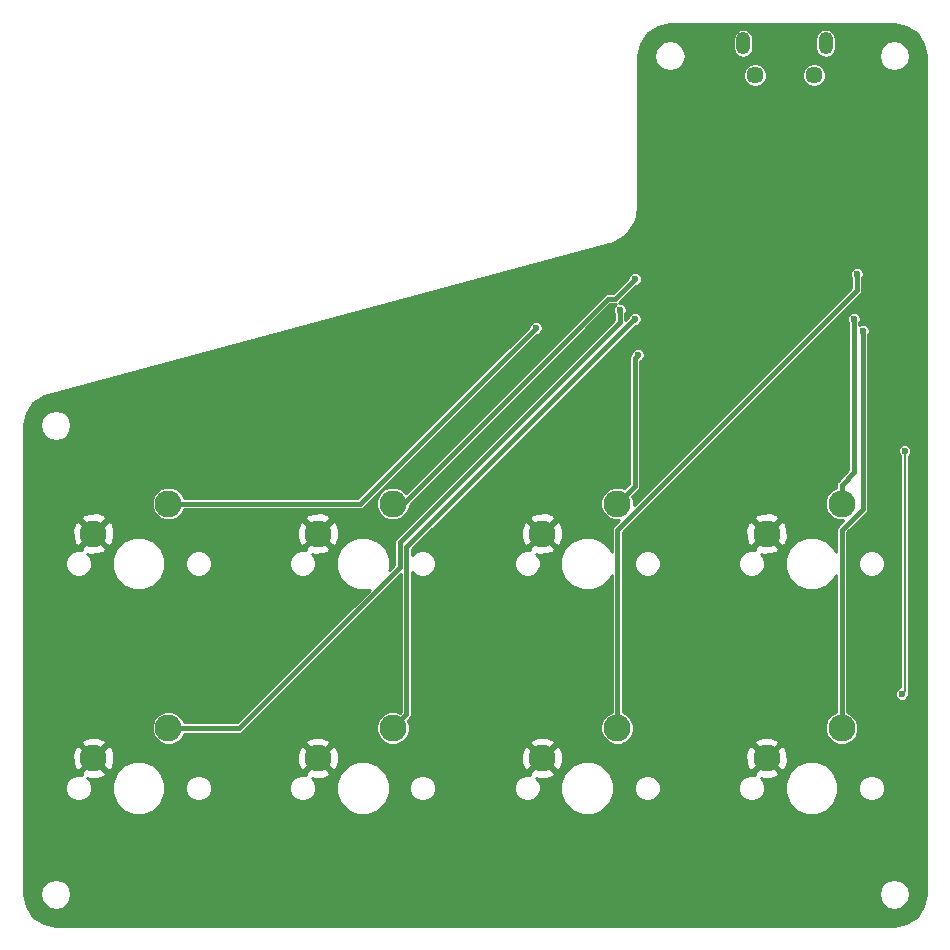
<source format=gbr>
G04 #@! TF.FileFunction,Copper,L2,Bot,Signal*
%FSLAX46Y46*%
G04 Gerber Fmt 4.6, Leading zero omitted, Abs format (unit mm)*
G04 Created by KiCad (PCBNEW 4.0.7) date 07/26/18 07:44:54*
%MOMM*%
%LPD*%
G01*
G04 APERTURE LIST*
%ADD10C,0.100000*%
%ADD11C,1.450000*%
%ADD12O,1.200000X1.900000*%
%ADD13C,2.286000*%
%ADD14C,0.600000*%
%ADD15C,0.400000*%
%ADD16C,0.200000*%
%ADD17C,0.254000*%
G04 APERTURE END LIST*
D10*
D11*
X228820000Y-106900000D03*
X223820000Y-106900000D03*
D12*
X229820000Y-104200000D03*
X222820000Y-104200000D03*
D13*
X174160000Y-143170000D03*
X167810000Y-145710000D03*
X193160000Y-143170000D03*
X186810000Y-145710000D03*
X212160000Y-143170000D03*
X205810000Y-145710000D03*
X174160000Y-162170000D03*
X167810000Y-164710000D03*
X212160000Y-162170000D03*
X205810000Y-164710000D03*
X231160000Y-143170000D03*
X224810000Y-145710000D03*
X193160000Y-162170000D03*
X186810000Y-164710000D03*
X231160000Y-162170000D03*
X224810000Y-164710000D03*
D14*
X237264000Y-131328000D03*
X231168000Y-138694000D03*
X211864000Y-138694000D03*
X192560000Y-138694000D03*
X173256000Y-138694000D03*
X169446000Y-159522000D03*
X188750000Y-159522000D03*
X207292000Y-159522000D03*
X226850000Y-159522000D03*
X205260000Y-128280000D03*
X213649999Y-124170001D03*
X212372000Y-126756000D03*
X213642000Y-127518000D03*
X213896000Y-130566000D03*
X232438000Y-123708000D03*
X232184000Y-127518000D03*
X232946000Y-128534000D03*
X236248000Y-159268000D03*
X236494091Y-138686091D03*
D15*
X174160000Y-143170000D02*
X190370000Y-143170000D01*
X190370000Y-143170000D02*
X205260000Y-128280000D01*
X205006000Y-128534000D02*
X205260000Y-128280000D01*
X211356000Y-125807848D02*
X212012152Y-125807848D01*
X212012152Y-125807848D02*
X213649999Y-124170001D01*
X193160000Y-143170000D02*
X193993848Y-143170000D01*
X193993848Y-143170000D02*
X211356000Y-125807848D01*
X174160000Y-162170000D02*
X180168974Y-162170000D01*
X180168974Y-162170000D02*
X193771358Y-148567616D01*
X193771358Y-148567616D02*
X193771358Y-146382404D01*
X193771358Y-146382404D02*
X212372000Y-127781762D01*
X212372000Y-127781762D02*
X212372000Y-126756000D01*
X213342001Y-127817999D02*
X213642000Y-127518000D01*
X194321369Y-146838631D02*
X213342001Y-127817999D01*
X194321369Y-161008631D02*
X194321369Y-146838631D01*
X193160000Y-162170000D02*
X194321369Y-161008631D01*
X212160000Y-143170000D02*
X213642000Y-141688000D01*
X213642000Y-141688000D02*
X213642000Y-130820000D01*
X213642000Y-130820000D02*
X213896000Y-130566000D01*
X212160000Y-162170000D02*
X212160000Y-145379642D01*
X212160000Y-145379642D02*
X232438000Y-125101642D01*
X232438000Y-125101642D02*
X232438000Y-123708000D01*
X231160000Y-143170000D02*
X231160000Y-141553554D01*
X231160000Y-141553554D02*
X232184000Y-140529554D01*
X232184000Y-140529554D02*
X232184000Y-127518000D01*
X231160000Y-162170000D02*
X231160000Y-145379642D01*
X231160000Y-145379642D02*
X232946000Y-143593642D01*
X232946000Y-143593642D02*
X232946000Y-128534000D01*
D16*
X236494091Y-138686091D02*
X236494091Y-159021909D01*
X236494091Y-159021909D02*
X236248000Y-159268000D01*
D17*
G36*
X236640462Y-102786389D02*
X237505566Y-103364434D01*
X238083612Y-104229539D01*
X238293000Y-105282208D01*
X238293000Y-176217792D01*
X238083612Y-177270461D01*
X237505566Y-178135566D01*
X236640462Y-178713611D01*
X235587793Y-178923000D01*
X164652208Y-178923000D01*
X163599539Y-178713612D01*
X162734434Y-178135566D01*
X162156389Y-177270462D01*
X161953407Y-176250000D01*
X163293000Y-176250000D01*
X163394012Y-176757821D01*
X163681669Y-177188331D01*
X164112179Y-177475988D01*
X164620000Y-177577000D01*
X165127821Y-177475988D01*
X165558331Y-177188331D01*
X165845988Y-176757821D01*
X165947000Y-176250000D01*
X234293000Y-176250000D01*
X234394012Y-176757821D01*
X234681669Y-177188331D01*
X235112179Y-177475988D01*
X235620000Y-177577000D01*
X236127821Y-177475988D01*
X236558331Y-177188331D01*
X236845988Y-176757821D01*
X236947000Y-176250000D01*
X236845988Y-175742179D01*
X236558331Y-175311669D01*
X236127821Y-175024012D01*
X235620000Y-174923000D01*
X235112179Y-175024012D01*
X234681669Y-175311669D01*
X234394012Y-175742179D01*
X234293000Y-176250000D01*
X165947000Y-176250000D01*
X165845988Y-175742179D01*
X165558331Y-175311669D01*
X165127821Y-175024012D01*
X164620000Y-174923000D01*
X164112179Y-175024012D01*
X163681669Y-175311669D01*
X163394012Y-175742179D01*
X163293000Y-176250000D01*
X161953407Y-176250000D01*
X161947000Y-176217793D01*
X161947000Y-167473369D01*
X165411905Y-167473369D01*
X165583255Y-167888069D01*
X165900262Y-168205630D01*
X166314663Y-168377704D01*
X166763369Y-168378095D01*
X167178069Y-168206745D01*
X167495630Y-167889738D01*
X167574528Y-167699728D01*
X169348706Y-167699728D01*
X169693702Y-168534681D01*
X170331959Y-169174053D01*
X171166308Y-169520505D01*
X172069728Y-169521294D01*
X172904681Y-169176298D01*
X173544053Y-168538041D01*
X173890505Y-167703692D01*
X173890706Y-167473369D01*
X175571905Y-167473369D01*
X175743255Y-167888069D01*
X176060262Y-168205630D01*
X176474663Y-168377704D01*
X176923369Y-168378095D01*
X177338069Y-168206745D01*
X177655630Y-167889738D01*
X177827704Y-167475337D01*
X177827705Y-167473369D01*
X184411905Y-167473369D01*
X184583255Y-167888069D01*
X184900262Y-168205630D01*
X185314663Y-168377704D01*
X185763369Y-168378095D01*
X186178069Y-168206745D01*
X186495630Y-167889738D01*
X186574528Y-167699728D01*
X188348706Y-167699728D01*
X188693702Y-168534681D01*
X189331959Y-169174053D01*
X190166308Y-169520505D01*
X191069728Y-169521294D01*
X191904681Y-169176298D01*
X192544053Y-168538041D01*
X192890505Y-167703692D01*
X192890706Y-167473369D01*
X194571905Y-167473369D01*
X194743255Y-167888069D01*
X195060262Y-168205630D01*
X195474663Y-168377704D01*
X195923369Y-168378095D01*
X196338069Y-168206745D01*
X196655630Y-167889738D01*
X196827704Y-167475337D01*
X196827705Y-167473369D01*
X203411905Y-167473369D01*
X203583255Y-167888069D01*
X203900262Y-168205630D01*
X204314663Y-168377704D01*
X204763369Y-168378095D01*
X205178069Y-168206745D01*
X205495630Y-167889738D01*
X205574528Y-167699728D01*
X207348706Y-167699728D01*
X207693702Y-168534681D01*
X208331959Y-169174053D01*
X209166308Y-169520505D01*
X210069728Y-169521294D01*
X210904681Y-169176298D01*
X211544053Y-168538041D01*
X211890505Y-167703692D01*
X211890706Y-167473369D01*
X213571905Y-167473369D01*
X213743255Y-167888069D01*
X214060262Y-168205630D01*
X214474663Y-168377704D01*
X214923369Y-168378095D01*
X215338069Y-168206745D01*
X215655630Y-167889738D01*
X215827704Y-167475337D01*
X215827705Y-167473369D01*
X222411905Y-167473369D01*
X222583255Y-167888069D01*
X222900262Y-168205630D01*
X223314663Y-168377704D01*
X223763369Y-168378095D01*
X224178069Y-168206745D01*
X224495630Y-167889738D01*
X224574528Y-167699728D01*
X226348706Y-167699728D01*
X226693702Y-168534681D01*
X227331959Y-169174053D01*
X228166308Y-169520505D01*
X229069728Y-169521294D01*
X229904681Y-169176298D01*
X230544053Y-168538041D01*
X230890505Y-167703692D01*
X230890706Y-167473369D01*
X232571905Y-167473369D01*
X232743255Y-167888069D01*
X233060262Y-168205630D01*
X233474663Y-168377704D01*
X233923369Y-168378095D01*
X234338069Y-168206745D01*
X234655630Y-167889738D01*
X234827704Y-167475337D01*
X234828095Y-167026631D01*
X234656745Y-166611931D01*
X234339738Y-166294370D01*
X233925337Y-166122296D01*
X233476631Y-166121905D01*
X233061931Y-166293255D01*
X232744370Y-166610262D01*
X232572296Y-167024663D01*
X232571905Y-167473369D01*
X230890706Y-167473369D01*
X230891294Y-166800272D01*
X230546298Y-165965319D01*
X229908041Y-165325947D01*
X229073692Y-164979495D01*
X228170272Y-164978706D01*
X227335319Y-165323702D01*
X226695947Y-165961959D01*
X226349495Y-166796308D01*
X226348706Y-167699728D01*
X224574528Y-167699728D01*
X224667704Y-167475337D01*
X224668095Y-167026631D01*
X224496745Y-166611931D01*
X224305175Y-166420026D01*
X224511333Y-166498062D01*
X225218329Y-166476249D01*
X225770194Y-166247658D01*
X225886358Y-165965963D01*
X224810000Y-164889605D01*
X223733642Y-165965963D01*
X223804881Y-166138716D01*
X223765337Y-166122296D01*
X223316631Y-166121905D01*
X222901931Y-166293255D01*
X222584370Y-166610262D01*
X222412296Y-167024663D01*
X222411905Y-167473369D01*
X215827705Y-167473369D01*
X215828095Y-167026631D01*
X215656745Y-166611931D01*
X215339738Y-166294370D01*
X214925337Y-166122296D01*
X214476631Y-166121905D01*
X214061931Y-166293255D01*
X213744370Y-166610262D01*
X213572296Y-167024663D01*
X213571905Y-167473369D01*
X211890706Y-167473369D01*
X211891294Y-166800272D01*
X211546298Y-165965319D01*
X210908041Y-165325947D01*
X210073692Y-164979495D01*
X209170272Y-164978706D01*
X208335319Y-165323702D01*
X207695947Y-165961959D01*
X207349495Y-166796308D01*
X207348706Y-167699728D01*
X205574528Y-167699728D01*
X205667704Y-167475337D01*
X205668095Y-167026631D01*
X205496745Y-166611931D01*
X205305175Y-166420026D01*
X205511333Y-166498062D01*
X206218329Y-166476249D01*
X206770194Y-166247658D01*
X206886358Y-165965963D01*
X205810000Y-164889605D01*
X204733642Y-165965963D01*
X204804881Y-166138716D01*
X204765337Y-166122296D01*
X204316631Y-166121905D01*
X203901931Y-166293255D01*
X203584370Y-166610262D01*
X203412296Y-167024663D01*
X203411905Y-167473369D01*
X196827705Y-167473369D01*
X196828095Y-167026631D01*
X196656745Y-166611931D01*
X196339738Y-166294370D01*
X195925337Y-166122296D01*
X195476631Y-166121905D01*
X195061931Y-166293255D01*
X194744370Y-166610262D01*
X194572296Y-167024663D01*
X194571905Y-167473369D01*
X192890706Y-167473369D01*
X192891294Y-166800272D01*
X192546298Y-165965319D01*
X191908041Y-165325947D01*
X191073692Y-164979495D01*
X190170272Y-164978706D01*
X189335319Y-165323702D01*
X188695947Y-165961959D01*
X188349495Y-166796308D01*
X188348706Y-167699728D01*
X186574528Y-167699728D01*
X186667704Y-167475337D01*
X186668095Y-167026631D01*
X186496745Y-166611931D01*
X186305175Y-166420026D01*
X186511333Y-166498062D01*
X187218329Y-166476249D01*
X187770194Y-166247658D01*
X187886358Y-165965963D01*
X186810000Y-164889605D01*
X185733642Y-165965963D01*
X185804881Y-166138716D01*
X185765337Y-166122296D01*
X185316631Y-166121905D01*
X184901931Y-166293255D01*
X184584370Y-166610262D01*
X184412296Y-167024663D01*
X184411905Y-167473369D01*
X177827705Y-167473369D01*
X177828095Y-167026631D01*
X177656745Y-166611931D01*
X177339738Y-166294370D01*
X176925337Y-166122296D01*
X176476631Y-166121905D01*
X176061931Y-166293255D01*
X175744370Y-166610262D01*
X175572296Y-167024663D01*
X175571905Y-167473369D01*
X173890706Y-167473369D01*
X173891294Y-166800272D01*
X173546298Y-165965319D01*
X172908041Y-165325947D01*
X172073692Y-164979495D01*
X171170272Y-164978706D01*
X170335319Y-165323702D01*
X169695947Y-165961959D01*
X169349495Y-166796308D01*
X169348706Y-167699728D01*
X167574528Y-167699728D01*
X167667704Y-167475337D01*
X167668095Y-167026631D01*
X167496745Y-166611931D01*
X167305175Y-166420026D01*
X167511333Y-166498062D01*
X168218329Y-166476249D01*
X168770194Y-166247658D01*
X168886358Y-165965963D01*
X167810000Y-164889605D01*
X166733642Y-165965963D01*
X166804881Y-166138716D01*
X166765337Y-166122296D01*
X166316631Y-166121905D01*
X165901931Y-166293255D01*
X165584370Y-166610262D01*
X165412296Y-167024663D01*
X165411905Y-167473369D01*
X161947000Y-167473369D01*
X161947000Y-164411333D01*
X166021938Y-164411333D01*
X166043751Y-165118329D01*
X166272342Y-165670194D01*
X166554037Y-165786358D01*
X167630395Y-164710000D01*
X167989605Y-164710000D01*
X169065963Y-165786358D01*
X169347658Y-165670194D01*
X169598062Y-165008667D01*
X169579633Y-164411333D01*
X185021938Y-164411333D01*
X185043751Y-165118329D01*
X185272342Y-165670194D01*
X185554037Y-165786358D01*
X186630395Y-164710000D01*
X186989605Y-164710000D01*
X188065963Y-165786358D01*
X188347658Y-165670194D01*
X188598062Y-165008667D01*
X188579633Y-164411333D01*
X204021938Y-164411333D01*
X204043751Y-165118329D01*
X204272342Y-165670194D01*
X204554037Y-165786358D01*
X205630395Y-164710000D01*
X205989605Y-164710000D01*
X207065963Y-165786358D01*
X207347658Y-165670194D01*
X207598062Y-165008667D01*
X207579633Y-164411333D01*
X223021938Y-164411333D01*
X223043751Y-165118329D01*
X223272342Y-165670194D01*
X223554037Y-165786358D01*
X224630395Y-164710000D01*
X224989605Y-164710000D01*
X226065963Y-165786358D01*
X226347658Y-165670194D01*
X226598062Y-165008667D01*
X226576249Y-164301671D01*
X226347658Y-163749806D01*
X226065963Y-163633642D01*
X224989605Y-164710000D01*
X224630395Y-164710000D01*
X223554037Y-163633642D01*
X223272342Y-163749806D01*
X223021938Y-164411333D01*
X207579633Y-164411333D01*
X207576249Y-164301671D01*
X207347658Y-163749806D01*
X207065963Y-163633642D01*
X205989605Y-164710000D01*
X205630395Y-164710000D01*
X204554037Y-163633642D01*
X204272342Y-163749806D01*
X204021938Y-164411333D01*
X188579633Y-164411333D01*
X188576249Y-164301671D01*
X188347658Y-163749806D01*
X188065963Y-163633642D01*
X186989605Y-164710000D01*
X186630395Y-164710000D01*
X185554037Y-163633642D01*
X185272342Y-163749806D01*
X185021938Y-164411333D01*
X169579633Y-164411333D01*
X169576249Y-164301671D01*
X169347658Y-163749806D01*
X169065963Y-163633642D01*
X167989605Y-164710000D01*
X167630395Y-164710000D01*
X166554037Y-163633642D01*
X166272342Y-163749806D01*
X166021938Y-164411333D01*
X161947000Y-164411333D01*
X161947000Y-163454037D01*
X166733642Y-163454037D01*
X167810000Y-164530395D01*
X168886358Y-163454037D01*
X168770194Y-163172342D01*
X168108667Y-162921938D01*
X167401671Y-162943751D01*
X166849806Y-163172342D01*
X166733642Y-163454037D01*
X161947000Y-163454037D01*
X161947000Y-162451216D01*
X172739754Y-162451216D01*
X172955481Y-162973314D01*
X173354585Y-163373115D01*
X173876305Y-163589753D01*
X174441216Y-163590246D01*
X174770866Y-163454037D01*
X185733642Y-163454037D01*
X186810000Y-164530395D01*
X187886358Y-163454037D01*
X187770194Y-163172342D01*
X187108667Y-162921938D01*
X186401671Y-162943751D01*
X185849806Y-163172342D01*
X185733642Y-163454037D01*
X174770866Y-163454037D01*
X174963314Y-163374519D01*
X175363115Y-162975415D01*
X175499485Y-162647000D01*
X180168974Y-162647000D01*
X180351514Y-162610691D01*
X180506264Y-162507290D01*
X193844369Y-149169185D01*
X193844369Y-160811051D01*
X193769773Y-160885647D01*
X193443695Y-160750247D01*
X192878784Y-160749754D01*
X192356686Y-160965481D01*
X191956885Y-161364585D01*
X191740247Y-161886305D01*
X191739754Y-162451216D01*
X191955481Y-162973314D01*
X192354585Y-163373115D01*
X192876305Y-163589753D01*
X193441216Y-163590246D01*
X193770866Y-163454037D01*
X204733642Y-163454037D01*
X205810000Y-164530395D01*
X206886358Y-163454037D01*
X206770194Y-163172342D01*
X206108667Y-162921938D01*
X205401671Y-162943751D01*
X204849806Y-163172342D01*
X204733642Y-163454037D01*
X193770866Y-163454037D01*
X193963314Y-163374519D01*
X194363115Y-162975415D01*
X194579753Y-162453695D01*
X194580246Y-161888784D01*
X194444449Y-161560131D01*
X194658659Y-161345921D01*
X194762060Y-161191171D01*
X194798369Y-161008631D01*
X194798369Y-148943279D01*
X195060262Y-149205630D01*
X195474663Y-149377704D01*
X195923369Y-149378095D01*
X196338069Y-149206745D01*
X196655630Y-148889738D01*
X196827704Y-148475337D01*
X196827705Y-148473369D01*
X203411905Y-148473369D01*
X203583255Y-148888069D01*
X203900262Y-149205630D01*
X204314663Y-149377704D01*
X204763369Y-149378095D01*
X205178069Y-149206745D01*
X205495630Y-148889738D01*
X205574528Y-148699728D01*
X207348706Y-148699728D01*
X207693702Y-149534681D01*
X208331959Y-150174053D01*
X209166308Y-150520505D01*
X210069728Y-150521294D01*
X210904681Y-150176298D01*
X211544053Y-149538041D01*
X211683000Y-149203419D01*
X211683000Y-160830650D01*
X211356686Y-160965481D01*
X210956885Y-161364585D01*
X210740247Y-161886305D01*
X210739754Y-162451216D01*
X210955481Y-162973314D01*
X211354585Y-163373115D01*
X211876305Y-163589753D01*
X212441216Y-163590246D01*
X212770866Y-163454037D01*
X223733642Y-163454037D01*
X224810000Y-164530395D01*
X225886358Y-163454037D01*
X225770194Y-163172342D01*
X225108667Y-162921938D01*
X224401671Y-162943751D01*
X223849806Y-163172342D01*
X223733642Y-163454037D01*
X212770866Y-163454037D01*
X212963314Y-163374519D01*
X213363115Y-162975415D01*
X213579753Y-162453695D01*
X213580246Y-161888784D01*
X213364519Y-161366686D01*
X212965415Y-160966885D01*
X212637000Y-160830515D01*
X212637000Y-148473369D01*
X213571905Y-148473369D01*
X213743255Y-148888069D01*
X214060262Y-149205630D01*
X214474663Y-149377704D01*
X214923369Y-149378095D01*
X215338069Y-149206745D01*
X215655630Y-148889738D01*
X215827704Y-148475337D01*
X215827705Y-148473369D01*
X222411905Y-148473369D01*
X222583255Y-148888069D01*
X222900262Y-149205630D01*
X223314663Y-149377704D01*
X223763369Y-149378095D01*
X224178069Y-149206745D01*
X224495630Y-148889738D01*
X224574528Y-148699728D01*
X226348706Y-148699728D01*
X226693702Y-149534681D01*
X227331959Y-150174053D01*
X228166308Y-150520505D01*
X229069728Y-150521294D01*
X229904681Y-150176298D01*
X230544053Y-149538041D01*
X230683000Y-149203419D01*
X230683000Y-160830650D01*
X230356686Y-160965481D01*
X229956885Y-161364585D01*
X229740247Y-161886305D01*
X229739754Y-162451216D01*
X229955481Y-162973314D01*
X230354585Y-163373115D01*
X230876305Y-163589753D01*
X231441216Y-163590246D01*
X231963314Y-163374519D01*
X232363115Y-162975415D01*
X232579753Y-162453695D01*
X232580246Y-161888784D01*
X232364519Y-161366686D01*
X231965415Y-160966885D01*
X231637000Y-160830515D01*
X231637000Y-159382269D01*
X235670900Y-159382269D01*
X235758558Y-159594417D01*
X235920729Y-159756871D01*
X236132724Y-159844900D01*
X236362269Y-159845100D01*
X236574417Y-159757442D01*
X236736871Y-159595271D01*
X236824900Y-159383276D01*
X236825067Y-159192113D01*
X236842394Y-159166181D01*
X236850838Y-159123728D01*
X236871091Y-159021909D01*
X236871091Y-139125038D01*
X236982962Y-139013362D01*
X237070991Y-138801367D01*
X237071191Y-138571822D01*
X236983533Y-138359674D01*
X236821362Y-138197220D01*
X236609367Y-138109191D01*
X236379822Y-138108991D01*
X236167674Y-138196649D01*
X236005220Y-138358820D01*
X235917191Y-138570815D01*
X235916991Y-138800360D01*
X236004649Y-139012508D01*
X236117091Y-139125146D01*
X236117091Y-158697776D01*
X235921583Y-158778558D01*
X235759129Y-158940729D01*
X235671100Y-159152724D01*
X235670900Y-159382269D01*
X231637000Y-159382269D01*
X231637000Y-148473369D01*
X232571905Y-148473369D01*
X232743255Y-148888069D01*
X233060262Y-149205630D01*
X233474663Y-149377704D01*
X233923369Y-149378095D01*
X234338069Y-149206745D01*
X234655630Y-148889738D01*
X234827704Y-148475337D01*
X234828095Y-148026631D01*
X234656745Y-147611931D01*
X234339738Y-147294370D01*
X233925337Y-147122296D01*
X233476631Y-147121905D01*
X233061931Y-147293255D01*
X232744370Y-147610262D01*
X232572296Y-148024663D01*
X232571905Y-148473369D01*
X231637000Y-148473369D01*
X231637000Y-145577222D01*
X233283290Y-143930932D01*
X233386691Y-143776183D01*
X233423000Y-143593642D01*
X233423000Y-128873121D01*
X233434871Y-128861271D01*
X233522900Y-128649276D01*
X233523100Y-128419731D01*
X233435442Y-128207583D01*
X233273271Y-128045129D01*
X233061276Y-127957100D01*
X232831731Y-127956900D01*
X232661000Y-128027445D01*
X232661000Y-127857121D01*
X232672871Y-127845271D01*
X232760900Y-127633276D01*
X232761100Y-127403731D01*
X232673442Y-127191583D01*
X232511271Y-127029129D01*
X232299276Y-126941100D01*
X232069731Y-126940900D01*
X231857583Y-127028558D01*
X231695129Y-127190729D01*
X231607100Y-127402724D01*
X231606900Y-127632269D01*
X231694558Y-127844417D01*
X231707000Y-127856881D01*
X231707000Y-140331974D01*
X230822710Y-141216264D01*
X230719309Y-141371014D01*
X230683000Y-141553554D01*
X230683000Y-141830650D01*
X230356686Y-141965481D01*
X229956885Y-142364585D01*
X229740247Y-142886305D01*
X229739754Y-143451216D01*
X229955481Y-143973314D01*
X230354585Y-144373115D01*
X230876305Y-144589753D01*
X231274961Y-144590101D01*
X230822710Y-145042352D01*
X230719309Y-145197102D01*
X230683000Y-145379642D01*
X230683000Y-147296163D01*
X230546298Y-146965319D01*
X229908041Y-146325947D01*
X229073692Y-145979495D01*
X228170272Y-145978706D01*
X227335319Y-146323702D01*
X226695947Y-146961959D01*
X226349495Y-147796308D01*
X226348706Y-148699728D01*
X224574528Y-148699728D01*
X224667704Y-148475337D01*
X224668095Y-148026631D01*
X224496745Y-147611931D01*
X224305175Y-147420026D01*
X224511333Y-147498062D01*
X225218329Y-147476249D01*
X225770194Y-147247658D01*
X225886358Y-146965963D01*
X224810000Y-145889605D01*
X223733642Y-146965963D01*
X223804881Y-147138716D01*
X223765337Y-147122296D01*
X223316631Y-147121905D01*
X222901931Y-147293255D01*
X222584370Y-147610262D01*
X222412296Y-148024663D01*
X222411905Y-148473369D01*
X215827705Y-148473369D01*
X215828095Y-148026631D01*
X215656745Y-147611931D01*
X215339738Y-147294370D01*
X214925337Y-147122296D01*
X214476631Y-147121905D01*
X214061931Y-147293255D01*
X213744370Y-147610262D01*
X213572296Y-148024663D01*
X213571905Y-148473369D01*
X212637000Y-148473369D01*
X212637000Y-145577222D01*
X212802889Y-145411333D01*
X223021938Y-145411333D01*
X223043751Y-146118329D01*
X223272342Y-146670194D01*
X223554037Y-146786358D01*
X224630395Y-145710000D01*
X224989605Y-145710000D01*
X226065963Y-146786358D01*
X226347658Y-146670194D01*
X226598062Y-146008667D01*
X226576249Y-145301671D01*
X226347658Y-144749806D01*
X226065963Y-144633642D01*
X224989605Y-145710000D01*
X224630395Y-145710000D01*
X223554037Y-144633642D01*
X223272342Y-144749806D01*
X223021938Y-145411333D01*
X212802889Y-145411333D01*
X213760185Y-144454037D01*
X223733642Y-144454037D01*
X224810000Y-145530395D01*
X225886358Y-144454037D01*
X225770194Y-144172342D01*
X225108667Y-143921938D01*
X224401671Y-143943751D01*
X223849806Y-144172342D01*
X223733642Y-144454037D01*
X213760185Y-144454037D01*
X232775290Y-125438932D01*
X232878691Y-125284182D01*
X232915000Y-125101642D01*
X232915000Y-124047121D01*
X232926871Y-124035271D01*
X233014900Y-123823276D01*
X233015100Y-123593731D01*
X232927442Y-123381583D01*
X232765271Y-123219129D01*
X232553276Y-123131100D01*
X232323731Y-123130900D01*
X232111583Y-123218558D01*
X231949129Y-123380729D01*
X231861100Y-123592724D01*
X231860900Y-123822269D01*
X231948558Y-124034417D01*
X231961000Y-124046881D01*
X231961000Y-124904062D01*
X213579900Y-143285162D01*
X213580246Y-142888784D01*
X213444449Y-142560131D01*
X213979290Y-142025290D01*
X214082691Y-141870541D01*
X214119000Y-141688000D01*
X214119000Y-131098173D01*
X214222417Y-131055442D01*
X214384871Y-130893271D01*
X214472900Y-130681276D01*
X214473100Y-130451731D01*
X214385442Y-130239583D01*
X214223271Y-130077129D01*
X214011276Y-129989100D01*
X213781731Y-129988900D01*
X213569583Y-130076558D01*
X213407129Y-130238729D01*
X213319100Y-130450724D01*
X213319085Y-130468335D01*
X213304710Y-130482710D01*
X213201309Y-130637460D01*
X213165000Y-130820000D01*
X213165000Y-141490420D01*
X212769773Y-141885647D01*
X212443695Y-141750247D01*
X211878784Y-141749754D01*
X211356686Y-141965481D01*
X210956885Y-142364585D01*
X210740247Y-142886305D01*
X210739754Y-143451216D01*
X210955481Y-143973314D01*
X211354585Y-144373115D01*
X211876305Y-144589753D01*
X212274961Y-144590101D01*
X211822710Y-145042352D01*
X211719309Y-145197102D01*
X211683000Y-145379642D01*
X211683000Y-147296163D01*
X211546298Y-146965319D01*
X210908041Y-146325947D01*
X210073692Y-145979495D01*
X209170272Y-145978706D01*
X208335319Y-146323702D01*
X207695947Y-146961959D01*
X207349495Y-147796308D01*
X207348706Y-148699728D01*
X205574528Y-148699728D01*
X205667704Y-148475337D01*
X205668095Y-148026631D01*
X205496745Y-147611931D01*
X205305175Y-147420026D01*
X205511333Y-147498062D01*
X206218329Y-147476249D01*
X206770194Y-147247658D01*
X206886358Y-146965963D01*
X205810000Y-145889605D01*
X204733642Y-146965963D01*
X204804881Y-147138716D01*
X204765337Y-147122296D01*
X204316631Y-147121905D01*
X203901931Y-147293255D01*
X203584370Y-147610262D01*
X203412296Y-148024663D01*
X203411905Y-148473369D01*
X196827705Y-148473369D01*
X196828095Y-148026631D01*
X196656745Y-147611931D01*
X196339738Y-147294370D01*
X195925337Y-147122296D01*
X195476631Y-147121905D01*
X195061931Y-147293255D01*
X194798369Y-147556357D01*
X194798369Y-147036211D01*
X196423247Y-145411333D01*
X204021938Y-145411333D01*
X204043751Y-146118329D01*
X204272342Y-146670194D01*
X204554037Y-146786358D01*
X205630395Y-145710000D01*
X205989605Y-145710000D01*
X207065963Y-146786358D01*
X207347658Y-146670194D01*
X207598062Y-146008667D01*
X207576249Y-145301671D01*
X207347658Y-144749806D01*
X207065963Y-144633642D01*
X205989605Y-145710000D01*
X205630395Y-145710000D01*
X204554037Y-144633642D01*
X204272342Y-144749806D01*
X204021938Y-145411333D01*
X196423247Y-145411333D01*
X197380543Y-144454037D01*
X204733642Y-144454037D01*
X205810000Y-145530395D01*
X206886358Y-144454037D01*
X206770194Y-144172342D01*
X206108667Y-143921938D01*
X205401671Y-143943751D01*
X204849806Y-144172342D01*
X204733642Y-144454037D01*
X197380543Y-144454037D01*
X213739495Y-128095085D01*
X213756269Y-128095100D01*
X213968417Y-128007442D01*
X214130871Y-127845271D01*
X214218900Y-127633276D01*
X214219100Y-127403731D01*
X214131442Y-127191583D01*
X213969271Y-127029129D01*
X213757276Y-126941100D01*
X213527731Y-126940900D01*
X213315583Y-127028558D01*
X213153129Y-127190729D01*
X213065100Y-127402724D01*
X213065085Y-127420335D01*
X212849000Y-127636420D01*
X212849000Y-127095121D01*
X212860871Y-127083271D01*
X212948900Y-126871276D01*
X212949100Y-126641731D01*
X212861442Y-126429583D01*
X212699271Y-126267129D01*
X212487276Y-126179100D01*
X212298860Y-126178936D01*
X212349442Y-126145138D01*
X213747494Y-124747086D01*
X213764268Y-124747101D01*
X213976416Y-124659443D01*
X214138870Y-124497272D01*
X214226899Y-124285277D01*
X214227099Y-124055732D01*
X214139441Y-123843584D01*
X213977270Y-123681130D01*
X213765275Y-123593101D01*
X213535730Y-123592901D01*
X213323582Y-123680559D01*
X213161128Y-123842730D01*
X213073099Y-124054725D01*
X213073084Y-124072336D01*
X211814572Y-125330848D01*
X211356000Y-125330848D01*
X211173460Y-125367157D01*
X211018710Y-125470558D01*
X194243656Y-142245612D01*
X193965415Y-141966885D01*
X193443695Y-141750247D01*
X192878784Y-141749754D01*
X192356686Y-141965481D01*
X191956885Y-142364585D01*
X191740247Y-142886305D01*
X191739754Y-143451216D01*
X191955481Y-143973314D01*
X192354585Y-144373115D01*
X192876305Y-144589753D01*
X193441216Y-144590246D01*
X193963314Y-144374519D01*
X194363115Y-143975415D01*
X194579753Y-143453695D01*
X194579923Y-143258505D01*
X211553580Y-126284848D01*
X212012152Y-126284848D01*
X212031021Y-126281095D01*
X211883129Y-126428729D01*
X211795100Y-126640724D01*
X211794900Y-126870269D01*
X211882558Y-127082417D01*
X211895000Y-127094881D01*
X211895000Y-127584182D01*
X193434068Y-146045114D01*
X193330667Y-146199864D01*
X193294358Y-146382404D01*
X193294358Y-148370036D01*
X192840659Y-148823735D01*
X192890505Y-148703692D01*
X192891294Y-147800272D01*
X192546298Y-146965319D01*
X191908041Y-146325947D01*
X191073692Y-145979495D01*
X190170272Y-145978706D01*
X189335319Y-146323702D01*
X188695947Y-146961959D01*
X188349495Y-147796308D01*
X188348706Y-148699728D01*
X188693702Y-149534681D01*
X189331959Y-150174053D01*
X190166308Y-150520505D01*
X191069728Y-150521294D01*
X191194764Y-150469630D01*
X179971394Y-161693000D01*
X175499350Y-161693000D01*
X175364519Y-161366686D01*
X174965415Y-160966885D01*
X174443695Y-160750247D01*
X173878784Y-160749754D01*
X173356686Y-160965481D01*
X172956885Y-161364585D01*
X172740247Y-161886305D01*
X172739754Y-162451216D01*
X161947000Y-162451216D01*
X161947000Y-148473369D01*
X165411905Y-148473369D01*
X165583255Y-148888069D01*
X165900262Y-149205630D01*
X166314663Y-149377704D01*
X166763369Y-149378095D01*
X167178069Y-149206745D01*
X167495630Y-148889738D01*
X167574528Y-148699728D01*
X169348706Y-148699728D01*
X169693702Y-149534681D01*
X170331959Y-150174053D01*
X171166308Y-150520505D01*
X172069728Y-150521294D01*
X172904681Y-150176298D01*
X173544053Y-149538041D01*
X173890505Y-148703692D01*
X173890706Y-148473369D01*
X175571905Y-148473369D01*
X175743255Y-148888069D01*
X176060262Y-149205630D01*
X176474663Y-149377704D01*
X176923369Y-149378095D01*
X177338069Y-149206745D01*
X177655630Y-148889738D01*
X177827704Y-148475337D01*
X177827705Y-148473369D01*
X184411905Y-148473369D01*
X184583255Y-148888069D01*
X184900262Y-149205630D01*
X185314663Y-149377704D01*
X185763369Y-149378095D01*
X186178069Y-149206745D01*
X186495630Y-148889738D01*
X186667704Y-148475337D01*
X186668095Y-148026631D01*
X186496745Y-147611931D01*
X186305175Y-147420026D01*
X186511333Y-147498062D01*
X187218329Y-147476249D01*
X187770194Y-147247658D01*
X187886358Y-146965963D01*
X186810000Y-145889605D01*
X185733642Y-146965963D01*
X185804881Y-147138716D01*
X185765337Y-147122296D01*
X185316631Y-147121905D01*
X184901931Y-147293255D01*
X184584370Y-147610262D01*
X184412296Y-148024663D01*
X184411905Y-148473369D01*
X177827705Y-148473369D01*
X177828095Y-148026631D01*
X177656745Y-147611931D01*
X177339738Y-147294370D01*
X176925337Y-147122296D01*
X176476631Y-147121905D01*
X176061931Y-147293255D01*
X175744370Y-147610262D01*
X175572296Y-148024663D01*
X175571905Y-148473369D01*
X173890706Y-148473369D01*
X173891294Y-147800272D01*
X173546298Y-146965319D01*
X172908041Y-146325947D01*
X172073692Y-145979495D01*
X171170272Y-145978706D01*
X170335319Y-146323702D01*
X169695947Y-146961959D01*
X169349495Y-147796308D01*
X169348706Y-148699728D01*
X167574528Y-148699728D01*
X167667704Y-148475337D01*
X167668095Y-148026631D01*
X167496745Y-147611931D01*
X167305175Y-147420026D01*
X167511333Y-147498062D01*
X168218329Y-147476249D01*
X168770194Y-147247658D01*
X168886358Y-146965963D01*
X167810000Y-145889605D01*
X166733642Y-146965963D01*
X166804881Y-147138716D01*
X166765337Y-147122296D01*
X166316631Y-147121905D01*
X165901931Y-147293255D01*
X165584370Y-147610262D01*
X165412296Y-148024663D01*
X165411905Y-148473369D01*
X161947000Y-148473369D01*
X161947000Y-145411333D01*
X166021938Y-145411333D01*
X166043751Y-146118329D01*
X166272342Y-146670194D01*
X166554037Y-146786358D01*
X167630395Y-145710000D01*
X167989605Y-145710000D01*
X169065963Y-146786358D01*
X169347658Y-146670194D01*
X169598062Y-146008667D01*
X169579633Y-145411333D01*
X185021938Y-145411333D01*
X185043751Y-146118329D01*
X185272342Y-146670194D01*
X185554037Y-146786358D01*
X186630395Y-145710000D01*
X186989605Y-145710000D01*
X188065963Y-146786358D01*
X188347658Y-146670194D01*
X188598062Y-146008667D01*
X188576249Y-145301671D01*
X188347658Y-144749806D01*
X188065963Y-144633642D01*
X186989605Y-145710000D01*
X186630395Y-145710000D01*
X185554037Y-144633642D01*
X185272342Y-144749806D01*
X185021938Y-145411333D01*
X169579633Y-145411333D01*
X169576249Y-145301671D01*
X169347658Y-144749806D01*
X169065963Y-144633642D01*
X167989605Y-145710000D01*
X167630395Y-145710000D01*
X166554037Y-144633642D01*
X166272342Y-144749806D01*
X166021938Y-145411333D01*
X161947000Y-145411333D01*
X161947000Y-144454037D01*
X166733642Y-144454037D01*
X167810000Y-145530395D01*
X168886358Y-144454037D01*
X168770194Y-144172342D01*
X168108667Y-143921938D01*
X167401671Y-143943751D01*
X166849806Y-144172342D01*
X166733642Y-144454037D01*
X161947000Y-144454037D01*
X161947000Y-143451216D01*
X172739754Y-143451216D01*
X172955481Y-143973314D01*
X173354585Y-144373115D01*
X173876305Y-144589753D01*
X174441216Y-144590246D01*
X174770866Y-144454037D01*
X185733642Y-144454037D01*
X186810000Y-145530395D01*
X187886358Y-144454037D01*
X187770194Y-144172342D01*
X187108667Y-143921938D01*
X186401671Y-143943751D01*
X185849806Y-144172342D01*
X185733642Y-144454037D01*
X174770866Y-144454037D01*
X174963314Y-144374519D01*
X175363115Y-143975415D01*
X175499485Y-143647000D01*
X190370000Y-143647000D01*
X190552540Y-143610691D01*
X190707290Y-143507290D01*
X205357495Y-128857085D01*
X205374269Y-128857100D01*
X205586417Y-128769442D01*
X205748871Y-128607271D01*
X205836900Y-128395276D01*
X205837100Y-128165731D01*
X205749442Y-127953583D01*
X205587271Y-127791129D01*
X205375276Y-127703100D01*
X205145731Y-127702900D01*
X204933583Y-127790558D01*
X204771129Y-127952729D01*
X204683100Y-128164724D01*
X204683085Y-128182335D01*
X190172420Y-142693000D01*
X175499350Y-142693000D01*
X175364519Y-142366686D01*
X174965415Y-141966885D01*
X174443695Y-141750247D01*
X173878784Y-141749754D01*
X173356686Y-141965481D01*
X172956885Y-142364585D01*
X172740247Y-142886305D01*
X172739754Y-143451216D01*
X161947000Y-143451216D01*
X161947000Y-136584188D01*
X161953406Y-136551981D01*
X163293000Y-136551981D01*
X163394012Y-137059802D01*
X163681669Y-137490312D01*
X164112179Y-137777969D01*
X164620000Y-137878981D01*
X165127821Y-137777969D01*
X165558331Y-137490312D01*
X165845988Y-137059802D01*
X165947000Y-136551981D01*
X165845988Y-136044160D01*
X165558331Y-135613650D01*
X165127821Y-135325993D01*
X164620000Y-135224981D01*
X164112179Y-135325993D01*
X163681669Y-135613650D01*
X163394012Y-136044160D01*
X163293000Y-136551981D01*
X161953406Y-136551981D01*
X162156389Y-135531519D01*
X162734434Y-134666415D01*
X163617827Y-134076150D01*
X163938512Y-133967292D01*
X211481091Y-121228296D01*
X211490818Y-121223499D01*
X211501567Y-121222084D01*
X211873160Y-121095946D01*
X211910204Y-121074559D01*
X211949722Y-121058190D01*
X212922991Y-120407872D01*
X213013210Y-120317653D01*
X213663529Y-119344383D01*
X213663530Y-119344382D01*
X213683754Y-119295557D01*
X213712356Y-119226507D01*
X213712356Y-119226505D01*
X213940717Y-118078455D01*
X213940717Y-118046248D01*
X213947000Y-118014661D01*
X213947000Y-107098436D01*
X222817827Y-107098436D01*
X222970051Y-107466846D01*
X223251672Y-107748959D01*
X223619816Y-107901825D01*
X224018436Y-107902173D01*
X224386846Y-107749949D01*
X224668959Y-107468328D01*
X224821825Y-107100184D01*
X224821826Y-107098436D01*
X227817827Y-107098436D01*
X227970051Y-107466846D01*
X228251672Y-107748959D01*
X228619816Y-107901825D01*
X229018436Y-107902173D01*
X229386846Y-107749949D01*
X229668959Y-107468328D01*
X229821825Y-107100184D01*
X229822173Y-106701564D01*
X229669949Y-106333154D01*
X229388328Y-106051041D01*
X229020184Y-105898175D01*
X228621564Y-105897827D01*
X228253154Y-106050051D01*
X227971041Y-106331672D01*
X227818175Y-106699816D01*
X227817827Y-107098436D01*
X224821826Y-107098436D01*
X224822173Y-106701564D01*
X224669949Y-106333154D01*
X224388328Y-106051041D01*
X224020184Y-105898175D01*
X223621564Y-105897827D01*
X223253154Y-106050051D01*
X222971041Y-106331672D01*
X222818175Y-106699816D01*
X222817827Y-107098436D01*
X213947000Y-107098436D01*
X213947000Y-105282207D01*
X213953406Y-105250000D01*
X215293000Y-105250000D01*
X215394012Y-105757821D01*
X215681669Y-106188331D01*
X216112179Y-106475988D01*
X216620000Y-106577000D01*
X217127821Y-106475988D01*
X217558331Y-106188331D01*
X217845988Y-105757821D01*
X217947000Y-105250000D01*
X217845988Y-104742179D01*
X217558331Y-104311669D01*
X217127821Y-104024012D01*
X216620000Y-103923000D01*
X216112179Y-104024012D01*
X215681669Y-104311669D01*
X215394012Y-104742179D01*
X215293000Y-105250000D01*
X213953406Y-105250000D01*
X214156389Y-104229538D01*
X214426050Y-103825962D01*
X221943000Y-103825962D01*
X221943000Y-104574038D01*
X222009758Y-104909651D01*
X222199867Y-105194171D01*
X222484387Y-105384280D01*
X222820000Y-105451038D01*
X223155613Y-105384280D01*
X223440133Y-105194171D01*
X223630242Y-104909651D01*
X223697000Y-104574038D01*
X223697000Y-103825962D01*
X228943000Y-103825962D01*
X228943000Y-104574038D01*
X229009758Y-104909651D01*
X229199867Y-105194171D01*
X229484387Y-105384280D01*
X229820000Y-105451038D01*
X230155613Y-105384280D01*
X230356578Y-105250000D01*
X234293000Y-105250000D01*
X234394012Y-105757821D01*
X234681669Y-106188331D01*
X235112179Y-106475988D01*
X235620000Y-106577000D01*
X236127821Y-106475988D01*
X236558331Y-106188331D01*
X236845988Y-105757821D01*
X236947000Y-105250000D01*
X236845988Y-104742179D01*
X236558331Y-104311669D01*
X236127821Y-104024012D01*
X235620000Y-103923000D01*
X235112179Y-104024012D01*
X234681669Y-104311669D01*
X234394012Y-104742179D01*
X234293000Y-105250000D01*
X230356578Y-105250000D01*
X230440133Y-105194171D01*
X230630242Y-104909651D01*
X230697000Y-104574038D01*
X230697000Y-103825962D01*
X230630242Y-103490349D01*
X230440133Y-103205829D01*
X230155613Y-103015720D01*
X229820000Y-102948962D01*
X229484387Y-103015720D01*
X229199867Y-103205829D01*
X229009758Y-103490349D01*
X228943000Y-103825962D01*
X223697000Y-103825962D01*
X223630242Y-103490349D01*
X223440133Y-103205829D01*
X223155613Y-103015720D01*
X222820000Y-102948962D01*
X222484387Y-103015720D01*
X222199867Y-103205829D01*
X222009758Y-103490349D01*
X221943000Y-103825962D01*
X214426050Y-103825962D01*
X214734434Y-103364434D01*
X215599539Y-102786388D01*
X216652208Y-102577000D01*
X235587793Y-102577000D01*
X236640462Y-102786389D01*
X236640462Y-102786389D01*
G37*
X236640462Y-102786389D02*
X237505566Y-103364434D01*
X238083612Y-104229539D01*
X238293000Y-105282208D01*
X238293000Y-176217792D01*
X238083612Y-177270461D01*
X237505566Y-178135566D01*
X236640462Y-178713611D01*
X235587793Y-178923000D01*
X164652208Y-178923000D01*
X163599539Y-178713612D01*
X162734434Y-178135566D01*
X162156389Y-177270462D01*
X161953407Y-176250000D01*
X163293000Y-176250000D01*
X163394012Y-176757821D01*
X163681669Y-177188331D01*
X164112179Y-177475988D01*
X164620000Y-177577000D01*
X165127821Y-177475988D01*
X165558331Y-177188331D01*
X165845988Y-176757821D01*
X165947000Y-176250000D01*
X234293000Y-176250000D01*
X234394012Y-176757821D01*
X234681669Y-177188331D01*
X235112179Y-177475988D01*
X235620000Y-177577000D01*
X236127821Y-177475988D01*
X236558331Y-177188331D01*
X236845988Y-176757821D01*
X236947000Y-176250000D01*
X236845988Y-175742179D01*
X236558331Y-175311669D01*
X236127821Y-175024012D01*
X235620000Y-174923000D01*
X235112179Y-175024012D01*
X234681669Y-175311669D01*
X234394012Y-175742179D01*
X234293000Y-176250000D01*
X165947000Y-176250000D01*
X165845988Y-175742179D01*
X165558331Y-175311669D01*
X165127821Y-175024012D01*
X164620000Y-174923000D01*
X164112179Y-175024012D01*
X163681669Y-175311669D01*
X163394012Y-175742179D01*
X163293000Y-176250000D01*
X161953407Y-176250000D01*
X161947000Y-176217793D01*
X161947000Y-167473369D01*
X165411905Y-167473369D01*
X165583255Y-167888069D01*
X165900262Y-168205630D01*
X166314663Y-168377704D01*
X166763369Y-168378095D01*
X167178069Y-168206745D01*
X167495630Y-167889738D01*
X167574528Y-167699728D01*
X169348706Y-167699728D01*
X169693702Y-168534681D01*
X170331959Y-169174053D01*
X171166308Y-169520505D01*
X172069728Y-169521294D01*
X172904681Y-169176298D01*
X173544053Y-168538041D01*
X173890505Y-167703692D01*
X173890706Y-167473369D01*
X175571905Y-167473369D01*
X175743255Y-167888069D01*
X176060262Y-168205630D01*
X176474663Y-168377704D01*
X176923369Y-168378095D01*
X177338069Y-168206745D01*
X177655630Y-167889738D01*
X177827704Y-167475337D01*
X177827705Y-167473369D01*
X184411905Y-167473369D01*
X184583255Y-167888069D01*
X184900262Y-168205630D01*
X185314663Y-168377704D01*
X185763369Y-168378095D01*
X186178069Y-168206745D01*
X186495630Y-167889738D01*
X186574528Y-167699728D01*
X188348706Y-167699728D01*
X188693702Y-168534681D01*
X189331959Y-169174053D01*
X190166308Y-169520505D01*
X191069728Y-169521294D01*
X191904681Y-169176298D01*
X192544053Y-168538041D01*
X192890505Y-167703692D01*
X192890706Y-167473369D01*
X194571905Y-167473369D01*
X194743255Y-167888069D01*
X195060262Y-168205630D01*
X195474663Y-168377704D01*
X195923369Y-168378095D01*
X196338069Y-168206745D01*
X196655630Y-167889738D01*
X196827704Y-167475337D01*
X196827705Y-167473369D01*
X203411905Y-167473369D01*
X203583255Y-167888069D01*
X203900262Y-168205630D01*
X204314663Y-168377704D01*
X204763369Y-168378095D01*
X205178069Y-168206745D01*
X205495630Y-167889738D01*
X205574528Y-167699728D01*
X207348706Y-167699728D01*
X207693702Y-168534681D01*
X208331959Y-169174053D01*
X209166308Y-169520505D01*
X210069728Y-169521294D01*
X210904681Y-169176298D01*
X211544053Y-168538041D01*
X211890505Y-167703692D01*
X211890706Y-167473369D01*
X213571905Y-167473369D01*
X213743255Y-167888069D01*
X214060262Y-168205630D01*
X214474663Y-168377704D01*
X214923369Y-168378095D01*
X215338069Y-168206745D01*
X215655630Y-167889738D01*
X215827704Y-167475337D01*
X215827705Y-167473369D01*
X222411905Y-167473369D01*
X222583255Y-167888069D01*
X222900262Y-168205630D01*
X223314663Y-168377704D01*
X223763369Y-168378095D01*
X224178069Y-168206745D01*
X224495630Y-167889738D01*
X224574528Y-167699728D01*
X226348706Y-167699728D01*
X226693702Y-168534681D01*
X227331959Y-169174053D01*
X228166308Y-169520505D01*
X229069728Y-169521294D01*
X229904681Y-169176298D01*
X230544053Y-168538041D01*
X230890505Y-167703692D01*
X230890706Y-167473369D01*
X232571905Y-167473369D01*
X232743255Y-167888069D01*
X233060262Y-168205630D01*
X233474663Y-168377704D01*
X233923369Y-168378095D01*
X234338069Y-168206745D01*
X234655630Y-167889738D01*
X234827704Y-167475337D01*
X234828095Y-167026631D01*
X234656745Y-166611931D01*
X234339738Y-166294370D01*
X233925337Y-166122296D01*
X233476631Y-166121905D01*
X233061931Y-166293255D01*
X232744370Y-166610262D01*
X232572296Y-167024663D01*
X232571905Y-167473369D01*
X230890706Y-167473369D01*
X230891294Y-166800272D01*
X230546298Y-165965319D01*
X229908041Y-165325947D01*
X229073692Y-164979495D01*
X228170272Y-164978706D01*
X227335319Y-165323702D01*
X226695947Y-165961959D01*
X226349495Y-166796308D01*
X226348706Y-167699728D01*
X224574528Y-167699728D01*
X224667704Y-167475337D01*
X224668095Y-167026631D01*
X224496745Y-166611931D01*
X224305175Y-166420026D01*
X224511333Y-166498062D01*
X225218329Y-166476249D01*
X225770194Y-166247658D01*
X225886358Y-165965963D01*
X224810000Y-164889605D01*
X223733642Y-165965963D01*
X223804881Y-166138716D01*
X223765337Y-166122296D01*
X223316631Y-166121905D01*
X222901931Y-166293255D01*
X222584370Y-166610262D01*
X222412296Y-167024663D01*
X222411905Y-167473369D01*
X215827705Y-167473369D01*
X215828095Y-167026631D01*
X215656745Y-166611931D01*
X215339738Y-166294370D01*
X214925337Y-166122296D01*
X214476631Y-166121905D01*
X214061931Y-166293255D01*
X213744370Y-166610262D01*
X213572296Y-167024663D01*
X213571905Y-167473369D01*
X211890706Y-167473369D01*
X211891294Y-166800272D01*
X211546298Y-165965319D01*
X210908041Y-165325947D01*
X210073692Y-164979495D01*
X209170272Y-164978706D01*
X208335319Y-165323702D01*
X207695947Y-165961959D01*
X207349495Y-166796308D01*
X207348706Y-167699728D01*
X205574528Y-167699728D01*
X205667704Y-167475337D01*
X205668095Y-167026631D01*
X205496745Y-166611931D01*
X205305175Y-166420026D01*
X205511333Y-166498062D01*
X206218329Y-166476249D01*
X206770194Y-166247658D01*
X206886358Y-165965963D01*
X205810000Y-164889605D01*
X204733642Y-165965963D01*
X204804881Y-166138716D01*
X204765337Y-166122296D01*
X204316631Y-166121905D01*
X203901931Y-166293255D01*
X203584370Y-166610262D01*
X203412296Y-167024663D01*
X203411905Y-167473369D01*
X196827705Y-167473369D01*
X196828095Y-167026631D01*
X196656745Y-166611931D01*
X196339738Y-166294370D01*
X195925337Y-166122296D01*
X195476631Y-166121905D01*
X195061931Y-166293255D01*
X194744370Y-166610262D01*
X194572296Y-167024663D01*
X194571905Y-167473369D01*
X192890706Y-167473369D01*
X192891294Y-166800272D01*
X192546298Y-165965319D01*
X191908041Y-165325947D01*
X191073692Y-164979495D01*
X190170272Y-164978706D01*
X189335319Y-165323702D01*
X188695947Y-165961959D01*
X188349495Y-166796308D01*
X188348706Y-167699728D01*
X186574528Y-167699728D01*
X186667704Y-167475337D01*
X186668095Y-167026631D01*
X186496745Y-166611931D01*
X186305175Y-166420026D01*
X186511333Y-166498062D01*
X187218329Y-166476249D01*
X187770194Y-166247658D01*
X187886358Y-165965963D01*
X186810000Y-164889605D01*
X185733642Y-165965963D01*
X185804881Y-166138716D01*
X185765337Y-166122296D01*
X185316631Y-166121905D01*
X184901931Y-166293255D01*
X184584370Y-166610262D01*
X184412296Y-167024663D01*
X184411905Y-167473369D01*
X177827705Y-167473369D01*
X177828095Y-167026631D01*
X177656745Y-166611931D01*
X177339738Y-166294370D01*
X176925337Y-166122296D01*
X176476631Y-166121905D01*
X176061931Y-166293255D01*
X175744370Y-166610262D01*
X175572296Y-167024663D01*
X175571905Y-167473369D01*
X173890706Y-167473369D01*
X173891294Y-166800272D01*
X173546298Y-165965319D01*
X172908041Y-165325947D01*
X172073692Y-164979495D01*
X171170272Y-164978706D01*
X170335319Y-165323702D01*
X169695947Y-165961959D01*
X169349495Y-166796308D01*
X169348706Y-167699728D01*
X167574528Y-167699728D01*
X167667704Y-167475337D01*
X167668095Y-167026631D01*
X167496745Y-166611931D01*
X167305175Y-166420026D01*
X167511333Y-166498062D01*
X168218329Y-166476249D01*
X168770194Y-166247658D01*
X168886358Y-165965963D01*
X167810000Y-164889605D01*
X166733642Y-165965963D01*
X166804881Y-166138716D01*
X166765337Y-166122296D01*
X166316631Y-166121905D01*
X165901931Y-166293255D01*
X165584370Y-166610262D01*
X165412296Y-167024663D01*
X165411905Y-167473369D01*
X161947000Y-167473369D01*
X161947000Y-164411333D01*
X166021938Y-164411333D01*
X166043751Y-165118329D01*
X166272342Y-165670194D01*
X166554037Y-165786358D01*
X167630395Y-164710000D01*
X167989605Y-164710000D01*
X169065963Y-165786358D01*
X169347658Y-165670194D01*
X169598062Y-165008667D01*
X169579633Y-164411333D01*
X185021938Y-164411333D01*
X185043751Y-165118329D01*
X185272342Y-165670194D01*
X185554037Y-165786358D01*
X186630395Y-164710000D01*
X186989605Y-164710000D01*
X188065963Y-165786358D01*
X188347658Y-165670194D01*
X188598062Y-165008667D01*
X188579633Y-164411333D01*
X204021938Y-164411333D01*
X204043751Y-165118329D01*
X204272342Y-165670194D01*
X204554037Y-165786358D01*
X205630395Y-164710000D01*
X205989605Y-164710000D01*
X207065963Y-165786358D01*
X207347658Y-165670194D01*
X207598062Y-165008667D01*
X207579633Y-164411333D01*
X223021938Y-164411333D01*
X223043751Y-165118329D01*
X223272342Y-165670194D01*
X223554037Y-165786358D01*
X224630395Y-164710000D01*
X224989605Y-164710000D01*
X226065963Y-165786358D01*
X226347658Y-165670194D01*
X226598062Y-165008667D01*
X226576249Y-164301671D01*
X226347658Y-163749806D01*
X226065963Y-163633642D01*
X224989605Y-164710000D01*
X224630395Y-164710000D01*
X223554037Y-163633642D01*
X223272342Y-163749806D01*
X223021938Y-164411333D01*
X207579633Y-164411333D01*
X207576249Y-164301671D01*
X207347658Y-163749806D01*
X207065963Y-163633642D01*
X205989605Y-164710000D01*
X205630395Y-164710000D01*
X204554037Y-163633642D01*
X204272342Y-163749806D01*
X204021938Y-164411333D01*
X188579633Y-164411333D01*
X188576249Y-164301671D01*
X188347658Y-163749806D01*
X188065963Y-163633642D01*
X186989605Y-164710000D01*
X186630395Y-164710000D01*
X185554037Y-163633642D01*
X185272342Y-163749806D01*
X185021938Y-164411333D01*
X169579633Y-164411333D01*
X169576249Y-164301671D01*
X169347658Y-163749806D01*
X169065963Y-163633642D01*
X167989605Y-164710000D01*
X167630395Y-164710000D01*
X166554037Y-163633642D01*
X166272342Y-163749806D01*
X166021938Y-164411333D01*
X161947000Y-164411333D01*
X161947000Y-163454037D01*
X166733642Y-163454037D01*
X167810000Y-164530395D01*
X168886358Y-163454037D01*
X168770194Y-163172342D01*
X168108667Y-162921938D01*
X167401671Y-162943751D01*
X166849806Y-163172342D01*
X166733642Y-163454037D01*
X161947000Y-163454037D01*
X161947000Y-162451216D01*
X172739754Y-162451216D01*
X172955481Y-162973314D01*
X173354585Y-163373115D01*
X173876305Y-163589753D01*
X174441216Y-163590246D01*
X174770866Y-163454037D01*
X185733642Y-163454037D01*
X186810000Y-164530395D01*
X187886358Y-163454037D01*
X187770194Y-163172342D01*
X187108667Y-162921938D01*
X186401671Y-162943751D01*
X185849806Y-163172342D01*
X185733642Y-163454037D01*
X174770866Y-163454037D01*
X174963314Y-163374519D01*
X175363115Y-162975415D01*
X175499485Y-162647000D01*
X180168974Y-162647000D01*
X180351514Y-162610691D01*
X180506264Y-162507290D01*
X193844369Y-149169185D01*
X193844369Y-160811051D01*
X193769773Y-160885647D01*
X193443695Y-160750247D01*
X192878784Y-160749754D01*
X192356686Y-160965481D01*
X191956885Y-161364585D01*
X191740247Y-161886305D01*
X191739754Y-162451216D01*
X191955481Y-162973314D01*
X192354585Y-163373115D01*
X192876305Y-163589753D01*
X193441216Y-163590246D01*
X193770866Y-163454037D01*
X204733642Y-163454037D01*
X205810000Y-164530395D01*
X206886358Y-163454037D01*
X206770194Y-163172342D01*
X206108667Y-162921938D01*
X205401671Y-162943751D01*
X204849806Y-163172342D01*
X204733642Y-163454037D01*
X193770866Y-163454037D01*
X193963314Y-163374519D01*
X194363115Y-162975415D01*
X194579753Y-162453695D01*
X194580246Y-161888784D01*
X194444449Y-161560131D01*
X194658659Y-161345921D01*
X194762060Y-161191171D01*
X194798369Y-161008631D01*
X194798369Y-148943279D01*
X195060262Y-149205630D01*
X195474663Y-149377704D01*
X195923369Y-149378095D01*
X196338069Y-149206745D01*
X196655630Y-148889738D01*
X196827704Y-148475337D01*
X196827705Y-148473369D01*
X203411905Y-148473369D01*
X203583255Y-148888069D01*
X203900262Y-149205630D01*
X204314663Y-149377704D01*
X204763369Y-149378095D01*
X205178069Y-149206745D01*
X205495630Y-148889738D01*
X205574528Y-148699728D01*
X207348706Y-148699728D01*
X207693702Y-149534681D01*
X208331959Y-150174053D01*
X209166308Y-150520505D01*
X210069728Y-150521294D01*
X210904681Y-150176298D01*
X211544053Y-149538041D01*
X211683000Y-149203419D01*
X211683000Y-160830650D01*
X211356686Y-160965481D01*
X210956885Y-161364585D01*
X210740247Y-161886305D01*
X210739754Y-162451216D01*
X210955481Y-162973314D01*
X211354585Y-163373115D01*
X211876305Y-163589753D01*
X212441216Y-163590246D01*
X212770866Y-163454037D01*
X223733642Y-163454037D01*
X224810000Y-164530395D01*
X225886358Y-163454037D01*
X225770194Y-163172342D01*
X225108667Y-162921938D01*
X224401671Y-162943751D01*
X223849806Y-163172342D01*
X223733642Y-163454037D01*
X212770866Y-163454037D01*
X212963314Y-163374519D01*
X213363115Y-162975415D01*
X213579753Y-162453695D01*
X213580246Y-161888784D01*
X213364519Y-161366686D01*
X212965415Y-160966885D01*
X212637000Y-160830515D01*
X212637000Y-148473369D01*
X213571905Y-148473369D01*
X213743255Y-148888069D01*
X214060262Y-149205630D01*
X214474663Y-149377704D01*
X214923369Y-149378095D01*
X215338069Y-149206745D01*
X215655630Y-148889738D01*
X215827704Y-148475337D01*
X215827705Y-148473369D01*
X222411905Y-148473369D01*
X222583255Y-148888069D01*
X222900262Y-149205630D01*
X223314663Y-149377704D01*
X223763369Y-149378095D01*
X224178069Y-149206745D01*
X224495630Y-148889738D01*
X224574528Y-148699728D01*
X226348706Y-148699728D01*
X226693702Y-149534681D01*
X227331959Y-150174053D01*
X228166308Y-150520505D01*
X229069728Y-150521294D01*
X229904681Y-150176298D01*
X230544053Y-149538041D01*
X230683000Y-149203419D01*
X230683000Y-160830650D01*
X230356686Y-160965481D01*
X229956885Y-161364585D01*
X229740247Y-161886305D01*
X229739754Y-162451216D01*
X229955481Y-162973314D01*
X230354585Y-163373115D01*
X230876305Y-163589753D01*
X231441216Y-163590246D01*
X231963314Y-163374519D01*
X232363115Y-162975415D01*
X232579753Y-162453695D01*
X232580246Y-161888784D01*
X232364519Y-161366686D01*
X231965415Y-160966885D01*
X231637000Y-160830515D01*
X231637000Y-159382269D01*
X235670900Y-159382269D01*
X235758558Y-159594417D01*
X235920729Y-159756871D01*
X236132724Y-159844900D01*
X236362269Y-159845100D01*
X236574417Y-159757442D01*
X236736871Y-159595271D01*
X236824900Y-159383276D01*
X236825067Y-159192113D01*
X236842394Y-159166181D01*
X236850838Y-159123728D01*
X236871091Y-159021909D01*
X236871091Y-139125038D01*
X236982962Y-139013362D01*
X237070991Y-138801367D01*
X237071191Y-138571822D01*
X236983533Y-138359674D01*
X236821362Y-138197220D01*
X236609367Y-138109191D01*
X236379822Y-138108991D01*
X236167674Y-138196649D01*
X236005220Y-138358820D01*
X235917191Y-138570815D01*
X235916991Y-138800360D01*
X236004649Y-139012508D01*
X236117091Y-139125146D01*
X236117091Y-158697776D01*
X235921583Y-158778558D01*
X235759129Y-158940729D01*
X235671100Y-159152724D01*
X235670900Y-159382269D01*
X231637000Y-159382269D01*
X231637000Y-148473369D01*
X232571905Y-148473369D01*
X232743255Y-148888069D01*
X233060262Y-149205630D01*
X233474663Y-149377704D01*
X233923369Y-149378095D01*
X234338069Y-149206745D01*
X234655630Y-148889738D01*
X234827704Y-148475337D01*
X234828095Y-148026631D01*
X234656745Y-147611931D01*
X234339738Y-147294370D01*
X233925337Y-147122296D01*
X233476631Y-147121905D01*
X233061931Y-147293255D01*
X232744370Y-147610262D01*
X232572296Y-148024663D01*
X232571905Y-148473369D01*
X231637000Y-148473369D01*
X231637000Y-145577222D01*
X233283290Y-143930932D01*
X233386691Y-143776183D01*
X233423000Y-143593642D01*
X233423000Y-128873121D01*
X233434871Y-128861271D01*
X233522900Y-128649276D01*
X233523100Y-128419731D01*
X233435442Y-128207583D01*
X233273271Y-128045129D01*
X233061276Y-127957100D01*
X232831731Y-127956900D01*
X232661000Y-128027445D01*
X232661000Y-127857121D01*
X232672871Y-127845271D01*
X232760900Y-127633276D01*
X232761100Y-127403731D01*
X232673442Y-127191583D01*
X232511271Y-127029129D01*
X232299276Y-126941100D01*
X232069731Y-126940900D01*
X231857583Y-127028558D01*
X231695129Y-127190729D01*
X231607100Y-127402724D01*
X231606900Y-127632269D01*
X231694558Y-127844417D01*
X231707000Y-127856881D01*
X231707000Y-140331974D01*
X230822710Y-141216264D01*
X230719309Y-141371014D01*
X230683000Y-141553554D01*
X230683000Y-141830650D01*
X230356686Y-141965481D01*
X229956885Y-142364585D01*
X229740247Y-142886305D01*
X229739754Y-143451216D01*
X229955481Y-143973314D01*
X230354585Y-144373115D01*
X230876305Y-144589753D01*
X231274961Y-144590101D01*
X230822710Y-145042352D01*
X230719309Y-145197102D01*
X230683000Y-145379642D01*
X230683000Y-147296163D01*
X230546298Y-146965319D01*
X229908041Y-146325947D01*
X229073692Y-145979495D01*
X228170272Y-145978706D01*
X227335319Y-146323702D01*
X226695947Y-146961959D01*
X226349495Y-147796308D01*
X226348706Y-148699728D01*
X224574528Y-148699728D01*
X224667704Y-148475337D01*
X224668095Y-148026631D01*
X224496745Y-147611931D01*
X224305175Y-147420026D01*
X224511333Y-147498062D01*
X225218329Y-147476249D01*
X225770194Y-147247658D01*
X225886358Y-146965963D01*
X224810000Y-145889605D01*
X223733642Y-146965963D01*
X223804881Y-147138716D01*
X223765337Y-147122296D01*
X223316631Y-147121905D01*
X222901931Y-147293255D01*
X222584370Y-147610262D01*
X222412296Y-148024663D01*
X222411905Y-148473369D01*
X215827705Y-148473369D01*
X215828095Y-148026631D01*
X215656745Y-147611931D01*
X215339738Y-147294370D01*
X214925337Y-147122296D01*
X214476631Y-147121905D01*
X214061931Y-147293255D01*
X213744370Y-147610262D01*
X213572296Y-148024663D01*
X213571905Y-148473369D01*
X212637000Y-148473369D01*
X212637000Y-145577222D01*
X212802889Y-145411333D01*
X223021938Y-145411333D01*
X223043751Y-146118329D01*
X223272342Y-146670194D01*
X223554037Y-146786358D01*
X224630395Y-145710000D01*
X224989605Y-145710000D01*
X226065963Y-146786358D01*
X226347658Y-146670194D01*
X226598062Y-146008667D01*
X226576249Y-145301671D01*
X226347658Y-144749806D01*
X226065963Y-144633642D01*
X224989605Y-145710000D01*
X224630395Y-145710000D01*
X223554037Y-144633642D01*
X223272342Y-144749806D01*
X223021938Y-145411333D01*
X212802889Y-145411333D01*
X213760185Y-144454037D01*
X223733642Y-144454037D01*
X224810000Y-145530395D01*
X225886358Y-144454037D01*
X225770194Y-144172342D01*
X225108667Y-143921938D01*
X224401671Y-143943751D01*
X223849806Y-144172342D01*
X223733642Y-144454037D01*
X213760185Y-144454037D01*
X232775290Y-125438932D01*
X232878691Y-125284182D01*
X232915000Y-125101642D01*
X232915000Y-124047121D01*
X232926871Y-124035271D01*
X233014900Y-123823276D01*
X233015100Y-123593731D01*
X232927442Y-123381583D01*
X232765271Y-123219129D01*
X232553276Y-123131100D01*
X232323731Y-123130900D01*
X232111583Y-123218558D01*
X231949129Y-123380729D01*
X231861100Y-123592724D01*
X231860900Y-123822269D01*
X231948558Y-124034417D01*
X231961000Y-124046881D01*
X231961000Y-124904062D01*
X213579900Y-143285162D01*
X213580246Y-142888784D01*
X213444449Y-142560131D01*
X213979290Y-142025290D01*
X214082691Y-141870541D01*
X214119000Y-141688000D01*
X214119000Y-131098173D01*
X214222417Y-131055442D01*
X214384871Y-130893271D01*
X214472900Y-130681276D01*
X214473100Y-130451731D01*
X214385442Y-130239583D01*
X214223271Y-130077129D01*
X214011276Y-129989100D01*
X213781731Y-129988900D01*
X213569583Y-130076558D01*
X213407129Y-130238729D01*
X213319100Y-130450724D01*
X213319085Y-130468335D01*
X213304710Y-130482710D01*
X213201309Y-130637460D01*
X213165000Y-130820000D01*
X213165000Y-141490420D01*
X212769773Y-141885647D01*
X212443695Y-141750247D01*
X211878784Y-141749754D01*
X211356686Y-141965481D01*
X210956885Y-142364585D01*
X210740247Y-142886305D01*
X210739754Y-143451216D01*
X210955481Y-143973314D01*
X211354585Y-144373115D01*
X211876305Y-144589753D01*
X212274961Y-144590101D01*
X211822710Y-145042352D01*
X211719309Y-145197102D01*
X211683000Y-145379642D01*
X211683000Y-147296163D01*
X211546298Y-146965319D01*
X210908041Y-146325947D01*
X210073692Y-145979495D01*
X209170272Y-145978706D01*
X208335319Y-146323702D01*
X207695947Y-146961959D01*
X207349495Y-147796308D01*
X207348706Y-148699728D01*
X205574528Y-148699728D01*
X205667704Y-148475337D01*
X205668095Y-148026631D01*
X205496745Y-147611931D01*
X205305175Y-147420026D01*
X205511333Y-147498062D01*
X206218329Y-147476249D01*
X206770194Y-147247658D01*
X206886358Y-146965963D01*
X205810000Y-145889605D01*
X204733642Y-146965963D01*
X204804881Y-147138716D01*
X204765337Y-147122296D01*
X204316631Y-147121905D01*
X203901931Y-147293255D01*
X203584370Y-147610262D01*
X203412296Y-148024663D01*
X203411905Y-148473369D01*
X196827705Y-148473369D01*
X196828095Y-148026631D01*
X196656745Y-147611931D01*
X196339738Y-147294370D01*
X195925337Y-147122296D01*
X195476631Y-147121905D01*
X195061931Y-147293255D01*
X194798369Y-147556357D01*
X194798369Y-147036211D01*
X196423247Y-145411333D01*
X204021938Y-145411333D01*
X204043751Y-146118329D01*
X204272342Y-146670194D01*
X204554037Y-146786358D01*
X205630395Y-145710000D01*
X205989605Y-145710000D01*
X207065963Y-146786358D01*
X207347658Y-146670194D01*
X207598062Y-146008667D01*
X207576249Y-145301671D01*
X207347658Y-144749806D01*
X207065963Y-144633642D01*
X205989605Y-145710000D01*
X205630395Y-145710000D01*
X204554037Y-144633642D01*
X204272342Y-144749806D01*
X204021938Y-145411333D01*
X196423247Y-145411333D01*
X197380543Y-144454037D01*
X204733642Y-144454037D01*
X205810000Y-145530395D01*
X206886358Y-144454037D01*
X206770194Y-144172342D01*
X206108667Y-143921938D01*
X205401671Y-143943751D01*
X204849806Y-144172342D01*
X204733642Y-144454037D01*
X197380543Y-144454037D01*
X213739495Y-128095085D01*
X213756269Y-128095100D01*
X213968417Y-128007442D01*
X214130871Y-127845271D01*
X214218900Y-127633276D01*
X214219100Y-127403731D01*
X214131442Y-127191583D01*
X213969271Y-127029129D01*
X213757276Y-126941100D01*
X213527731Y-126940900D01*
X213315583Y-127028558D01*
X213153129Y-127190729D01*
X213065100Y-127402724D01*
X213065085Y-127420335D01*
X212849000Y-127636420D01*
X212849000Y-127095121D01*
X212860871Y-127083271D01*
X212948900Y-126871276D01*
X212949100Y-126641731D01*
X212861442Y-126429583D01*
X212699271Y-126267129D01*
X212487276Y-126179100D01*
X212298860Y-126178936D01*
X212349442Y-126145138D01*
X213747494Y-124747086D01*
X213764268Y-124747101D01*
X213976416Y-124659443D01*
X214138870Y-124497272D01*
X214226899Y-124285277D01*
X214227099Y-124055732D01*
X214139441Y-123843584D01*
X213977270Y-123681130D01*
X213765275Y-123593101D01*
X213535730Y-123592901D01*
X213323582Y-123680559D01*
X213161128Y-123842730D01*
X213073099Y-124054725D01*
X213073084Y-124072336D01*
X211814572Y-125330848D01*
X211356000Y-125330848D01*
X211173460Y-125367157D01*
X211018710Y-125470558D01*
X194243656Y-142245612D01*
X193965415Y-141966885D01*
X193443695Y-141750247D01*
X192878784Y-141749754D01*
X192356686Y-141965481D01*
X191956885Y-142364585D01*
X191740247Y-142886305D01*
X191739754Y-143451216D01*
X191955481Y-143973314D01*
X192354585Y-144373115D01*
X192876305Y-144589753D01*
X193441216Y-144590246D01*
X193963314Y-144374519D01*
X194363115Y-143975415D01*
X194579753Y-143453695D01*
X194579923Y-143258505D01*
X211553580Y-126284848D01*
X212012152Y-126284848D01*
X212031021Y-126281095D01*
X211883129Y-126428729D01*
X211795100Y-126640724D01*
X211794900Y-126870269D01*
X211882558Y-127082417D01*
X211895000Y-127094881D01*
X211895000Y-127584182D01*
X193434068Y-146045114D01*
X193330667Y-146199864D01*
X193294358Y-146382404D01*
X193294358Y-148370036D01*
X192840659Y-148823735D01*
X192890505Y-148703692D01*
X192891294Y-147800272D01*
X192546298Y-146965319D01*
X191908041Y-146325947D01*
X191073692Y-145979495D01*
X190170272Y-145978706D01*
X189335319Y-146323702D01*
X188695947Y-146961959D01*
X188349495Y-147796308D01*
X188348706Y-148699728D01*
X188693702Y-149534681D01*
X189331959Y-150174053D01*
X190166308Y-150520505D01*
X191069728Y-150521294D01*
X191194764Y-150469630D01*
X179971394Y-161693000D01*
X175499350Y-161693000D01*
X175364519Y-161366686D01*
X174965415Y-160966885D01*
X174443695Y-160750247D01*
X173878784Y-160749754D01*
X173356686Y-160965481D01*
X172956885Y-161364585D01*
X172740247Y-161886305D01*
X172739754Y-162451216D01*
X161947000Y-162451216D01*
X161947000Y-148473369D01*
X165411905Y-148473369D01*
X165583255Y-148888069D01*
X165900262Y-149205630D01*
X166314663Y-149377704D01*
X166763369Y-149378095D01*
X167178069Y-149206745D01*
X167495630Y-148889738D01*
X167574528Y-148699728D01*
X169348706Y-148699728D01*
X169693702Y-149534681D01*
X170331959Y-150174053D01*
X171166308Y-150520505D01*
X172069728Y-150521294D01*
X172904681Y-150176298D01*
X173544053Y-149538041D01*
X173890505Y-148703692D01*
X173890706Y-148473369D01*
X175571905Y-148473369D01*
X175743255Y-148888069D01*
X176060262Y-149205630D01*
X176474663Y-149377704D01*
X176923369Y-149378095D01*
X177338069Y-149206745D01*
X177655630Y-148889738D01*
X177827704Y-148475337D01*
X177827705Y-148473369D01*
X184411905Y-148473369D01*
X184583255Y-148888069D01*
X184900262Y-149205630D01*
X185314663Y-149377704D01*
X185763369Y-149378095D01*
X186178069Y-149206745D01*
X186495630Y-148889738D01*
X186667704Y-148475337D01*
X186668095Y-148026631D01*
X186496745Y-147611931D01*
X186305175Y-147420026D01*
X186511333Y-147498062D01*
X187218329Y-147476249D01*
X187770194Y-147247658D01*
X187886358Y-146965963D01*
X186810000Y-145889605D01*
X185733642Y-146965963D01*
X185804881Y-147138716D01*
X185765337Y-147122296D01*
X185316631Y-147121905D01*
X184901931Y-147293255D01*
X184584370Y-147610262D01*
X184412296Y-148024663D01*
X184411905Y-148473369D01*
X177827705Y-148473369D01*
X177828095Y-148026631D01*
X177656745Y-147611931D01*
X177339738Y-147294370D01*
X176925337Y-147122296D01*
X176476631Y-147121905D01*
X176061931Y-147293255D01*
X175744370Y-147610262D01*
X175572296Y-148024663D01*
X175571905Y-148473369D01*
X173890706Y-148473369D01*
X173891294Y-147800272D01*
X173546298Y-146965319D01*
X172908041Y-146325947D01*
X172073692Y-145979495D01*
X171170272Y-145978706D01*
X170335319Y-146323702D01*
X169695947Y-146961959D01*
X169349495Y-147796308D01*
X169348706Y-148699728D01*
X167574528Y-148699728D01*
X167667704Y-148475337D01*
X167668095Y-148026631D01*
X167496745Y-147611931D01*
X167305175Y-147420026D01*
X167511333Y-147498062D01*
X168218329Y-147476249D01*
X168770194Y-147247658D01*
X168886358Y-146965963D01*
X167810000Y-145889605D01*
X166733642Y-146965963D01*
X166804881Y-147138716D01*
X166765337Y-147122296D01*
X166316631Y-147121905D01*
X165901931Y-147293255D01*
X165584370Y-147610262D01*
X165412296Y-148024663D01*
X165411905Y-148473369D01*
X161947000Y-148473369D01*
X161947000Y-145411333D01*
X166021938Y-145411333D01*
X166043751Y-146118329D01*
X166272342Y-146670194D01*
X166554037Y-146786358D01*
X167630395Y-145710000D01*
X167989605Y-145710000D01*
X169065963Y-146786358D01*
X169347658Y-146670194D01*
X169598062Y-146008667D01*
X169579633Y-145411333D01*
X185021938Y-145411333D01*
X185043751Y-146118329D01*
X185272342Y-146670194D01*
X185554037Y-146786358D01*
X186630395Y-145710000D01*
X186989605Y-145710000D01*
X188065963Y-146786358D01*
X188347658Y-146670194D01*
X188598062Y-146008667D01*
X188576249Y-145301671D01*
X188347658Y-144749806D01*
X188065963Y-144633642D01*
X186989605Y-145710000D01*
X186630395Y-145710000D01*
X185554037Y-144633642D01*
X185272342Y-144749806D01*
X185021938Y-145411333D01*
X169579633Y-145411333D01*
X169576249Y-145301671D01*
X169347658Y-144749806D01*
X169065963Y-144633642D01*
X167989605Y-145710000D01*
X167630395Y-145710000D01*
X166554037Y-144633642D01*
X166272342Y-144749806D01*
X166021938Y-145411333D01*
X161947000Y-145411333D01*
X161947000Y-144454037D01*
X166733642Y-144454037D01*
X167810000Y-145530395D01*
X168886358Y-144454037D01*
X168770194Y-144172342D01*
X168108667Y-143921938D01*
X167401671Y-143943751D01*
X166849806Y-144172342D01*
X166733642Y-144454037D01*
X161947000Y-144454037D01*
X161947000Y-143451216D01*
X172739754Y-143451216D01*
X172955481Y-143973314D01*
X173354585Y-144373115D01*
X173876305Y-144589753D01*
X174441216Y-144590246D01*
X174770866Y-144454037D01*
X185733642Y-144454037D01*
X186810000Y-145530395D01*
X187886358Y-144454037D01*
X187770194Y-144172342D01*
X187108667Y-143921938D01*
X186401671Y-143943751D01*
X185849806Y-144172342D01*
X185733642Y-144454037D01*
X174770866Y-144454037D01*
X174963314Y-144374519D01*
X175363115Y-143975415D01*
X175499485Y-143647000D01*
X190370000Y-143647000D01*
X190552540Y-143610691D01*
X190707290Y-143507290D01*
X205357495Y-128857085D01*
X205374269Y-128857100D01*
X205586417Y-128769442D01*
X205748871Y-128607271D01*
X205836900Y-128395276D01*
X205837100Y-128165731D01*
X205749442Y-127953583D01*
X205587271Y-127791129D01*
X205375276Y-127703100D01*
X205145731Y-127702900D01*
X204933583Y-127790558D01*
X204771129Y-127952729D01*
X204683100Y-128164724D01*
X204683085Y-128182335D01*
X190172420Y-142693000D01*
X175499350Y-142693000D01*
X175364519Y-142366686D01*
X174965415Y-141966885D01*
X174443695Y-141750247D01*
X173878784Y-141749754D01*
X173356686Y-141965481D01*
X172956885Y-142364585D01*
X172740247Y-142886305D01*
X172739754Y-143451216D01*
X161947000Y-143451216D01*
X161947000Y-136584188D01*
X161953406Y-136551981D01*
X163293000Y-136551981D01*
X163394012Y-137059802D01*
X163681669Y-137490312D01*
X164112179Y-137777969D01*
X164620000Y-137878981D01*
X165127821Y-137777969D01*
X165558331Y-137490312D01*
X165845988Y-137059802D01*
X165947000Y-136551981D01*
X165845988Y-136044160D01*
X165558331Y-135613650D01*
X165127821Y-135325993D01*
X164620000Y-135224981D01*
X164112179Y-135325993D01*
X163681669Y-135613650D01*
X163394012Y-136044160D01*
X163293000Y-136551981D01*
X161953406Y-136551981D01*
X162156389Y-135531519D01*
X162734434Y-134666415D01*
X163617827Y-134076150D01*
X163938512Y-133967292D01*
X211481091Y-121228296D01*
X211490818Y-121223499D01*
X211501567Y-121222084D01*
X211873160Y-121095946D01*
X211910204Y-121074559D01*
X211949722Y-121058190D01*
X212922991Y-120407872D01*
X213013210Y-120317653D01*
X213663529Y-119344383D01*
X213663530Y-119344382D01*
X213683754Y-119295557D01*
X213712356Y-119226507D01*
X213712356Y-119226505D01*
X213940717Y-118078455D01*
X213940717Y-118046248D01*
X213947000Y-118014661D01*
X213947000Y-107098436D01*
X222817827Y-107098436D01*
X222970051Y-107466846D01*
X223251672Y-107748959D01*
X223619816Y-107901825D01*
X224018436Y-107902173D01*
X224386846Y-107749949D01*
X224668959Y-107468328D01*
X224821825Y-107100184D01*
X224821826Y-107098436D01*
X227817827Y-107098436D01*
X227970051Y-107466846D01*
X228251672Y-107748959D01*
X228619816Y-107901825D01*
X229018436Y-107902173D01*
X229386846Y-107749949D01*
X229668959Y-107468328D01*
X229821825Y-107100184D01*
X229822173Y-106701564D01*
X229669949Y-106333154D01*
X229388328Y-106051041D01*
X229020184Y-105898175D01*
X228621564Y-105897827D01*
X228253154Y-106050051D01*
X227971041Y-106331672D01*
X227818175Y-106699816D01*
X227817827Y-107098436D01*
X224821826Y-107098436D01*
X224822173Y-106701564D01*
X224669949Y-106333154D01*
X224388328Y-106051041D01*
X224020184Y-105898175D01*
X223621564Y-105897827D01*
X223253154Y-106050051D01*
X222971041Y-106331672D01*
X222818175Y-106699816D01*
X222817827Y-107098436D01*
X213947000Y-107098436D01*
X213947000Y-105282207D01*
X213953406Y-105250000D01*
X215293000Y-105250000D01*
X215394012Y-105757821D01*
X215681669Y-106188331D01*
X216112179Y-106475988D01*
X216620000Y-106577000D01*
X217127821Y-106475988D01*
X217558331Y-106188331D01*
X217845988Y-105757821D01*
X217947000Y-105250000D01*
X217845988Y-104742179D01*
X217558331Y-104311669D01*
X217127821Y-104024012D01*
X216620000Y-103923000D01*
X216112179Y-104024012D01*
X215681669Y-104311669D01*
X215394012Y-104742179D01*
X215293000Y-105250000D01*
X213953406Y-105250000D01*
X214156389Y-104229538D01*
X214426050Y-103825962D01*
X221943000Y-103825962D01*
X221943000Y-104574038D01*
X222009758Y-104909651D01*
X222199867Y-105194171D01*
X222484387Y-105384280D01*
X222820000Y-105451038D01*
X223155613Y-105384280D01*
X223440133Y-105194171D01*
X223630242Y-104909651D01*
X223697000Y-104574038D01*
X223697000Y-103825962D01*
X228943000Y-103825962D01*
X228943000Y-104574038D01*
X229009758Y-104909651D01*
X229199867Y-105194171D01*
X229484387Y-105384280D01*
X229820000Y-105451038D01*
X230155613Y-105384280D01*
X230356578Y-105250000D01*
X234293000Y-105250000D01*
X234394012Y-105757821D01*
X234681669Y-106188331D01*
X235112179Y-106475988D01*
X235620000Y-106577000D01*
X236127821Y-106475988D01*
X236558331Y-106188331D01*
X236845988Y-105757821D01*
X236947000Y-105250000D01*
X236845988Y-104742179D01*
X236558331Y-104311669D01*
X236127821Y-104024012D01*
X235620000Y-103923000D01*
X235112179Y-104024012D01*
X234681669Y-104311669D01*
X234394012Y-104742179D01*
X234293000Y-105250000D01*
X230356578Y-105250000D01*
X230440133Y-105194171D01*
X230630242Y-104909651D01*
X230697000Y-104574038D01*
X230697000Y-103825962D01*
X230630242Y-103490349D01*
X230440133Y-103205829D01*
X230155613Y-103015720D01*
X229820000Y-102948962D01*
X229484387Y-103015720D01*
X229199867Y-103205829D01*
X229009758Y-103490349D01*
X228943000Y-103825962D01*
X223697000Y-103825962D01*
X223630242Y-103490349D01*
X223440133Y-103205829D01*
X223155613Y-103015720D01*
X222820000Y-102948962D01*
X222484387Y-103015720D01*
X222199867Y-103205829D01*
X222009758Y-103490349D01*
X221943000Y-103825962D01*
X214426050Y-103825962D01*
X214734434Y-103364434D01*
X215599539Y-102786388D01*
X216652208Y-102577000D01*
X235587793Y-102577000D01*
X236640462Y-102786389D01*
M02*

</source>
